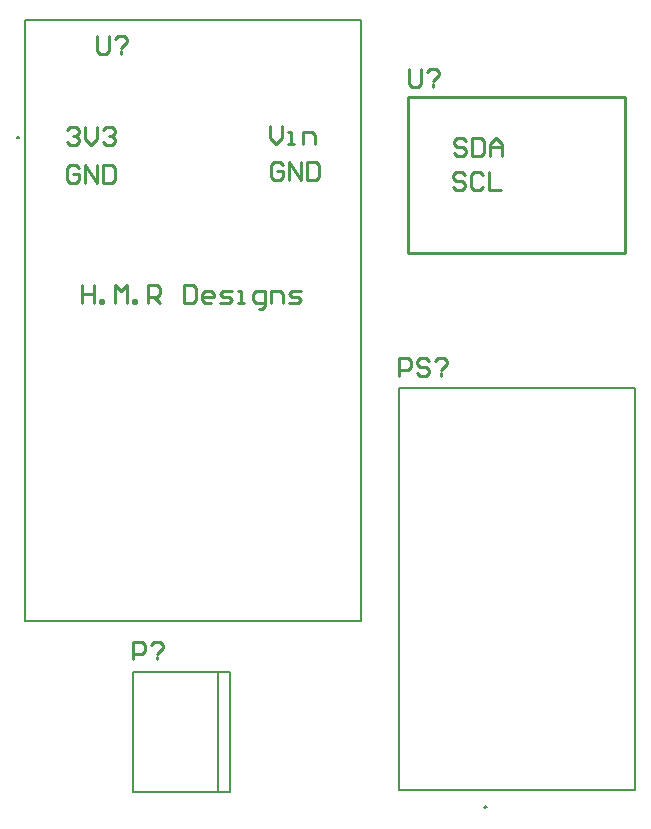
<source format=gbr>
%FSTAX23Y23*%
%MOIN*%
%SFA1B1*%

%IPPOS*%
%ADD34C,0.007874*%
%ADD35C,0.005000*%
%ADD36C,0.010000*%
G54D34*
X01159Y03405D02*
D01*
D01*
G75*
G03X01151I-00003J0D01*
G74*G01*
D01*
G75*
G03X01159I00003J0D01*
G74*G01*
X02717Y01173D02*
D01*
D01*
G75*
G03X02709I-00003J0D01*
G74*G01*
D01*
G75*
G03X02717I00003J0D01*
G74*G01*
G54D35*
X02085Y01792D02*
X023D01*
X01389D02*
X02085D01*
X01177D02*
X01389D01*
X023D02*
Y03797D01*
X01177Y01792D02*
Y03797D01*
X01877D02*
X023D01*
X01613D02*
X01877D01*
X01177D02*
X01613D01*
X01177Y01792D02*
Y03797D01*
X023*
X01177Y01792D02*
X023D01*
Y03797*
X03213Y0123D02*
Y02569D01*
X02426D02*
X03213D01*
X02426Y0123D02*
Y02569D01*
Y0123D02*
X03213D01*
X01538Y01225D02*
Y01625D01*
X01822*
X01861*
Y01225D02*
Y01625D01*
X01822Y01225D02*
X01861D01*
X01538D02*
X01822D01*
Y01625*
G54D36*
X02455Y0354D02*
X0318D01*
X02455Y0302D02*
Y0354D01*
Y0302D02*
X0318D01*
Y0354*
X0132Y03429D02*
X01329Y03439D01*
X01349*
X01359Y03429*
Y03419*
X01349Y03409*
X01339*
X01349*
X01359Y03399*
Y03389*
X01349Y0338*
X01329*
X0132Y03389*
X01379Y03439D02*
Y03399D01*
X01399Y0338*
X01419Y03399*
Y03439*
X01439Y03429D02*
X01449Y03439D01*
X01469*
X01479Y03429*
Y03419*
X01469Y03409*
X01459*
X01469*
X01479Y03399*
Y03389*
X01469Y0338*
X01449*
X01439Y03389*
X0137Y02914D02*
Y02854D01*
Y02884*
X01409*
Y02914*
Y02854*
X01429D02*
Y02864D01*
X01439*
Y02854*
X01429*
X01479D02*
Y02914D01*
X01499Y02894*
X01519Y02914*
Y02854*
X01539D02*
Y02864D01*
X01549*
Y02854*
X01539*
X01589D02*
Y02914D01*
X01619*
X01629Y02904*
Y02884*
X01619Y02874*
X01589*
X01609D02*
X01629Y02854D01*
X01709Y02914D02*
Y02854D01*
X01739*
X01749Y02864*
Y02904*
X01739Y02914*
X01709*
X01799Y02854D02*
X01779D01*
X01769Y02864*
Y02884*
X01779Y02894*
X01799*
X01809Y02884*
Y02874*
X01769*
X01829Y02854D02*
X01859D01*
X01869Y02864*
X01859Y02874*
X01839*
X01829Y02884*
X01839Y02894*
X01869*
X01889Y02854D02*
X01909D01*
X01899*
Y02894*
X01889*
X01959Y02835D02*
X01969D01*
X01979Y02844*
Y02894*
X01949*
X01939Y02884*
Y02864*
X01949Y02854*
X01979*
X01999D02*
Y02894D01*
X02029*
X02039Y02884*
Y02854*
X02059D02*
X02089D01*
X02099Y02864*
X02089Y02874*
X02069*
X02059Y02884*
X02069Y02894*
X02099*
X02649Y03394D02*
X02639Y03404D01*
X02619*
X0261Y03394*
Y03384*
X02619Y03374*
X02639*
X02649Y03364*
Y03354*
X02639Y03345*
X02619*
X0261Y03354*
X02669Y03404D02*
Y03345D01*
X02699*
X02709Y03354*
Y03394*
X02699Y03404*
X02669*
X02729Y03345D02*
Y03384D01*
X02749Y03404*
X02769Y03384*
Y03345*
Y03374*
X02729*
X02644Y03279D02*
X02634Y03289D01*
X02614*
X02605Y03279*
Y03269*
X02614Y03259*
X02634*
X02644Y03249*
Y03239*
X02634Y0323*
X02614*
X02605Y03239*
X02704Y03279D02*
X02694Y03289D01*
X02674*
X02664Y03279*
Y03239*
X02674Y0323*
X02694*
X02704Y03239*
X02724Y03289D02*
Y0323D01*
X02764*
X01995Y03444D02*
Y03404D01*
X02014Y03385*
X02034Y03404*
Y03444*
X02054Y03385D02*
X02074D01*
X02064*
Y03424*
X02054*
X02104Y03385D02*
Y03424D01*
X02134*
X02144Y03414*
Y03385*
X02039Y03314D02*
X02029Y03324D01*
X02009*
X02Y03314*
Y03274*
X02009Y03265*
X02029*
X02039Y03274*
Y03294*
X02019*
X02059Y03265D02*
Y03324D01*
X02099Y03265*
Y03324*
X02119D02*
Y03265D01*
X02149*
X02159Y03274*
Y03314*
X02149Y03324*
X02119*
X01359Y03304D02*
X01349Y03314D01*
X01329*
X0132Y03304*
Y03264*
X01329Y03255*
X01349*
X01359Y03264*
Y03284*
X01339*
X01379Y03255D02*
Y03314D01*
X01419Y03255*
Y03314*
X01439D02*
Y03255D01*
X01469*
X01479Y03264*
Y03304*
X01469Y03314*
X01439*
X0246Y03634D02*
Y03584D01*
X02469Y03575*
X02489*
X02499Y03584*
Y03634*
X02519Y03624D02*
X02529Y03634D01*
X02549*
X02559Y03624*
Y03614*
X02539Y03594*
Y03584D02*
Y03575D01*
X0142Y03744D02*
Y03695D01*
X0143Y03685*
X0145*
X0146Y03695*
Y03744*
X01479Y03734D02*
X01489Y03744D01*
X01509*
X01519Y03734*
Y03724*
X01499Y03705*
Y03695D02*
Y03685D01*
X02425Y0261D02*
Y02669D01*
X02454*
X02464Y02659*
Y02639*
X02454Y02629*
X02425*
X02524Y02659D02*
X02514Y02669D01*
X02494*
X02484Y02659*
Y02649*
X02494Y02639*
X02514*
X02524Y02629*
Y02619*
X02514Y0261*
X02494*
X02484Y02619*
X02544Y02659D02*
X02554Y02669D01*
X02574*
X02584Y02659*
Y02649*
X02564Y02629*
Y02619D02*
Y0261D01*
X01538Y01666D02*
Y01725D01*
X01567*
X01577Y01715*
Y01695*
X01567Y01685*
X01538*
X01597Y01715D02*
X01607Y01725D01*
X01627*
X01637Y01715*
Y01705*
X01617Y01685*
Y01675D02*
Y01666D01*
M02*
</source>
